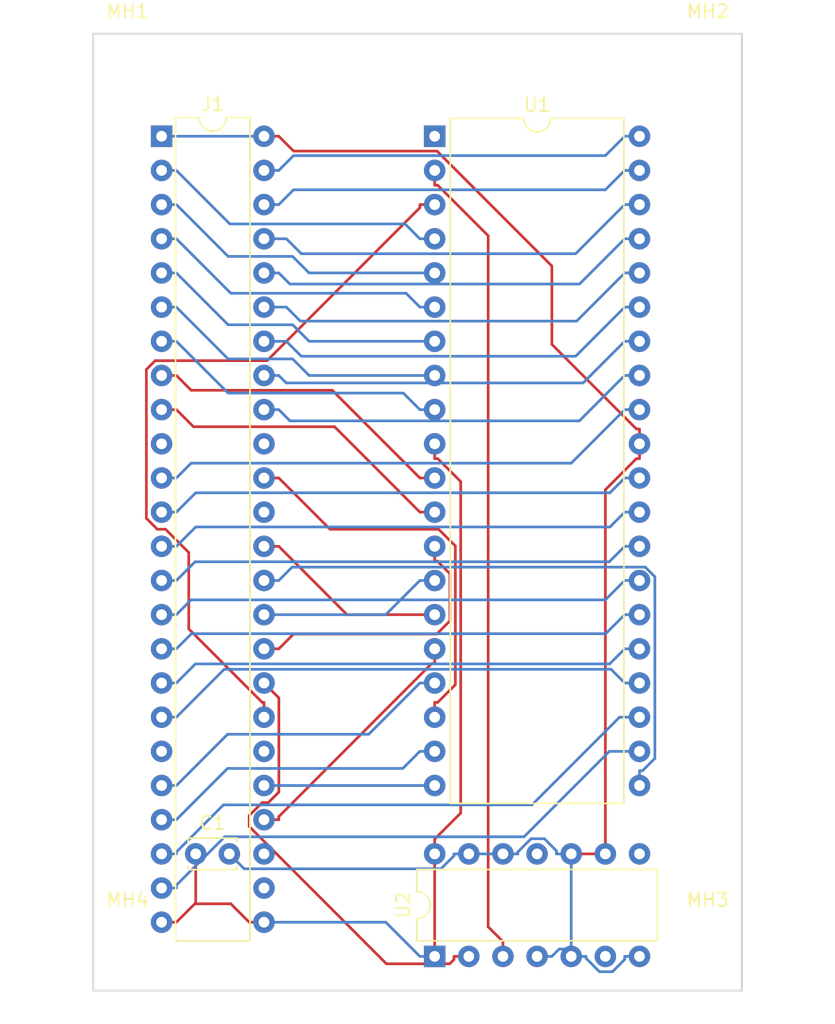
<source format=kicad_pcb>
(kicad_pcb (version 20211014) (generator pcbnew)
  (layers (0 "F.Cu" signal) (31 "B.Cu" signal) (34 "B.Paste" user) (35 "F.Paste" user) (36 "B.SilkS" user "B.Silkscreen") (37 "F.SilkS" user "F.Silkscreen") (38 "B.Mask" user) (39 "F.Mask" user) (44 "Edge.Cuts" user))
  (net 0 "")
  (net 1 "VCC")
  (net 2 "GND")
  (net 3 "/P53")
  (net 4 "/P26")
  (net 5 "/P27")
  (net 6 "/P47")
  (net 7 "/P46")
  (net 8 "/P25")
  (net 9 "/P24")
  (net 10 "/P23")
  (net 11 "/P22")
  (net 12 "/P21")
  (net 13 "/P20")
  (net 14 "/P34")
  (net 15 "/P35")
  (net 16 "/P17")
  (net 17 "/P36")
  (net 18 "/P16")
  (net 19 "/P15")
  (net 20 "/P40")
  (net 21 "/P14")
  (net 22 "/P13")
  (net 23 "/P42")
  (net 24 "/P12")
  (net 25 "/P11")
  (net 26 "/P10")
  (net 27 "Net-(U2-Pad6)")
  (net 28 "Net-(U2-Pad11)")
  (net 29 "Net-(U2-Pad8)")
  (net 30 "/P33")
  (net 31 "/P32")
  (net 32 "/P31")
  (net 33 "/P30")
  (net 34 "/P51")
  (net 35 "/P55")
  (net 36 "/P43")
  (net 37 "/P37")
  (net 38 "/P50")
  (net 39 "/P52")
  (net 40 "Net-(J1-Pad30)")
  (net 41 "Net-(J1-Pad27)")
  (net 42 "Net-(J1-Pad26)")
  (net 43 "Net-(J1-Pad19)")
  (net 44 "Net-(J1-Pad10)")
  (net 45 "Net-(J1-Pad39)")
  (net 46 "/P54")
  (net 47 "Net-(J1-Pad37)")
  (net 48 "/P44")
  (net 49 "/P45")
  (net 50 "Net-(U1-Pad2)")
  (net 51 "Net-(U1-Pad1)")
  (footprint "MountingHole:MountingHole_3.2mm_M3" (layer "F.Cu") (at 101 70)
    (fp_text reference "MH1" (at 0 -4.2) (layer "F.SilkS"))
    (fp_text value "MountingHole_3.2mm_M3")
    (pad "" np_thru_hole circle locked (at 0 0) (size 3.2 3.2) (drill 3.2) (layers *.Cu *.Mask))
  )
  (footprint "MountingHole:MountingHole_3.2mm_M3" (layer "F.Cu") (at 144.18 70)
    (fp_text reference "MH2" (at 0 -4.2) (layer "F.SilkS"))
    (fp_text value "MountingHole_3.2mm_M3")
    (pad "" np_thru_hole circle locked (at 0 0) (size 3.2 3.2) (drill 3.2) (layers *.Cu *.Mask))
  )
  (footprint "MountingHole:MountingHole_3.2mm_M3" (layer "F.Cu") (at 144.18 136.04)
    (fp_text reference "MH3" (at 0 -4.2) (layer "F.SilkS"))
    (fp_text value "MountingHole_3.2mm_M3")
    (pad "" np_thru_hole circle locked (at 0 0) (size 3.2 3.2) (drill 3.2) (layers *.Cu *.Mask))
  )
  (footprint "MountingHole:MountingHole_3.2mm_M3" (layer "F.Cu") (at 101 136.04)
    (fp_text reference "MH4" (at 0 -4.2) (layer "F.SilkS"))
    (fp_text value "MountingHole_3.2mm_M3")
    (pad "" np_thru_hole circle locked (at 0 0) (size 3.2 3.2) (drill 3.2) (layers *.Cu *.Mask))
  )
  (footprint "Package_DIP:DIP-14_W7.62mm" (layer "F.Cu") (at 123.86 136.04 90)
    (fp_text reference "U2" (at 3.81 -2.33 90) (layer "F.SilkS"))
    (fp_text value "74HCT126")
    (fp_line (start 6.46 -1.33) (end 4.81 -1.33) (layer "F.SilkS") (width 0.12))
    (fp_line (start 1.16 -1.33) (end 1.16 16.57) (layer "F.SilkS") (width 0.12))
    (fp_line (start 6.46 16.57) (end 6.46 -1.33) (layer "F.SilkS") (width 0.12))
    (fp_line (start 2.81 -1.33) (end 1.16 -1.33) (layer "F.SilkS") (width 0.12))
    (fp_line (start 1.16 16.57) (end 6.46 16.57) (layer "F.SilkS") (width 0.12))
    (fp_arc (start 4.81 -1.33) (mid 3.81 -0.33) (end 2.81 -1.33) (layer "F.SilkS") (width 0.12))
    (pad "1" thru_hole rect locked (at 0 0 90) (size 1.6 1.6) (drill 0.8) (layers *.Cu *.Mask) (net 1 "VCC"))
    (pad "2" thru_hole oval locked (at 0 2.54 90) (size 1.6 1.6) (drill 0.8) (layers *.Cu *.Mask) (net 7 "/P46"))
    (pad "3" thru_hole oval locked (at 0 5.08 90) (size 1.6 1.6) (drill 0.8) (layers *.Cu *.Mask) (net 50 "Net-(U1-Pad2)"))
    (pad "4" thru_hole oval locked (at 0 7.62 90) (size 1.6 1.6) (drill 0.8) (layers *.Cu *.Mask) (net 2 "GND"))
    (pad "5" thru_hole oval locked (at 0 10.16 90) (size 1.6 1.6) (drill 0.8) (layers *.Cu *.Mask) (net 2 "GND"))
    (pad "6" thru_hole oval locked (at 0 12.7 90) (size 1.6 1.6) (drill 0.8) (layers *.Cu *.Mask) (net 27 "Net-(U2-Pad6)"))
    (pad "7" thru_hole oval locked (at 0 15.24 90) (size 1.6 1.6) (drill 0.8) (layers *.Cu *.Mask) (net 2 "GND"))
    (pad "8" thru_hole oval locked (at 7.62 15.24 90) (size 1.6 1.6) (drill 0.8) (layers *.Cu *.Mask) (net 29 "Net-(U2-Pad8)"))
    (pad "9" thru_hole oval locked (at 7.62 12.7 90) (size 1.6 1.6) (drill 0.8) (layers *.Cu *.Mask) (net 2 "GND"))
    (pad "10" thru_hole oval locked (at 7.62 10.16 90) (size 1.6 1.6) (drill 0.8) (layers *.Cu *.Mask) (net 2 "GND"))
    (pad "11" thru_hole oval locked (at 7.62 7.62 90) (size 1.6 1.6) (drill 0.8) (layers *.Cu *.Mask) (net 28 "Net-(U2-Pad11)"))
    (pad "12" thru_hole oval locked (at 7.62 5.08 90) (size 1.6 1.6) (drill 0.8) (layers *.Cu *.Mask) (net 2 "GND"))
    (pad "13" thru_hole oval locked (at 7.62 2.54 90) (size 1.6 1.6) (drill 0.8) (layers *.Cu *.Mask) (net 2 "GND"))
    (pad "14" thru_hole oval locked (at 7.62 0 90) (size 1.6 1.6) (drill 0.8) (layers *.Cu *.Mask) (net 1 "VCC"))
  )
  (footprint "Capacitor_THT:C_Disc_D3.4mm_W2.1mm_P2.50mm" (layer "F.Cu") (at 106.08 128.42)
    (fp_text reference "C1" (at 1.25 -2.3) (layer "F.SilkS"))
    (fp_text value "0.1u")
    (fp_line (start -0.57 0.925) (end -0.57 1.17) (layer "F.SilkS") (width 0.12))
    (fp_line (start 3.07 0.925) (end 3.07 1.17) (layer "F.SilkS") (width 0.12))
    (fp_line (start -0.57 -1.17) (end -0.57 -0.925) (layer "F.SilkS") (width 0.12))
    (fp_line (start 3.07 -1.17) (end 3.07 -0.925) (layer "F.SilkS") (width 0.12))
    (fp_line (start -0.57 -1.17) (end 3.07 -1.17) (layer "F.SilkS") (width 0.12))
    (fp_line (start -0.57 1.17) (end 3.07 1.17) (layer "F.SilkS") (width 0.12))
    (pad "1" thru_hole circle locked (at 0 0) (size 1.6 1.6) (drill 0.8) (layers *.Cu *.Mask) (net 1 "VCC"))
    (pad "2" thru_hole circle locked (at 2.5 0) (size 1.6 1.6) (drill 0.8) (layers *.Cu *.Mask) (net 2 "GND"))
  )
  (footprint "0-LocalLibrary:DIP-48_W7.62mm" (layer "F.Cu") (at 103.54 75.08)
    (fp_text reference "J1" (at 3.81 -2.39) (layer "F.SilkS"))
    (fp_text value "BionicConnector")
    (fp_line (start 1.04 -1.39) (end 1.04 39.49) (layer "F.SilkS") (width 0.12))
    (fp_line (start 6.58 39.49) (end 6.58 -1.39) (layer "F.SilkS") (width 0.12))
    (fp_line (start 6.58 -1.39) (end 4.81 -1.39) (layer "F.SilkS") (width 0.12))
    (fp_line (start 1.04 18.93) (end 1.04 59.81) (layer "F.SilkS") (width 0.12))
    (fp_line (start 1.04 59.81) (end 6.58 59.81) (layer "F.SilkS") (width 0.12))
    (fp_line (start 2.81 -1.39) (end 1.04 -1.39) (layer "F.SilkS") (width 0.12))
    (fp_line (start 6.58 59.81) (end 6.58 18.93) (layer "F.SilkS") (width 0.12))
    (fp_arc (start 4.81 -1.39) (mid 3.81 -0.39) (end 2.81 -1.39) (layer "F.SilkS") (width 0.12))
    (pad "1" thru_hole rect locked (at 0 0) (size 1.6 1.6) (drill 0.8) (layers *.Cu *.Mask) (net 2 "GND"))
    (pad "2" thru_hole oval locked (at 0 2.54) (size 1.6 1.6) (drill 0.8) (layers *.Cu *.Mask) (net 26 "/P10"))
    (pad "3" thru_hole oval locked (at 0 5.08) (size 1.6 1.6) (drill 0.8) (layers *.Cu *.Mask) (net 25 "/P11"))
    (pad "4" thru_hole oval locked (at 0 7.62) (size 1.6 1.6) (drill 0.8) (layers *.Cu *.Mask) (net 24 "/P12"))
    (pad "5" thru_hole oval locked (at 0 10.16) (size 1.6 1.6) (drill 0.8) (layers *.Cu *.Mask) (net 22 "/P13"))
    (pad "6" thru_hole oval locked (at 0 12.7) (size 1.6 1.6) (drill 0.8) (layers *.Cu *.Mask) (net 21 "/P14"))
    (pad "7" thru_hole oval locked (at 0 15.24) (size 1.6 1.6) (drill 0.8) (layers *.Cu *.Mask) (net 19 "/P15"))
    (pad "8" thru_hole oval locked (at 0 17.78) (size 1.6 1.6) (drill 0.8) (layers *.Cu *.Mask) (net 18 "/P16"))
    (pad "9" thru_hole oval locked (at 0 20.32) (size 1.6 1.6) (drill 0.8) (layers *.Cu *.Mask) (net 16 "/P17"))
    (pad "10" thru_hole oval locked (at 0 22.86) (size 1.6 1.6) (drill 0.8) (layers *.Cu *.Mask) (net 44 "Net-(J1-Pad10)"))
    (pad "11" thru_hole oval locked (at 0 25.4) (size 1.6 1.6) (drill 0.8) (layers *.Cu *.Mask) (net 33 "/P30"))
    (pad "12" thru_hole oval locked (at 0 27.94) (size 1.6 1.6) (drill 0.8) (layers *.Cu *.Mask) (net 32 "/P31"))
    (pad "13" thru_hole oval locked (at 0 30.48) (size 1.6 1.6) (drill 0.8) (layers *.Cu *.Mask) (net 31 "/P32"))
    (pad "14" thru_hole oval locked (at 0 33.02) (size 1.6 1.6) (drill 0.8) (layers *.Cu *.Mask) (net 30 "/P33"))
    (pad "15" thru_hole oval locked (at 0 35.56) (size 1.6 1.6) (drill 0.8) (layers *.Cu *.Mask) (net 14 "/P34"))
    (pad "16" thru_hole oval locked (at 0 38.1) (size 1.6 1.6) (drill 0.8) (layers *.Cu *.Mask) (net 15 "/P35"))
    (pad "17" thru_hole oval locked (at 0 40.64) (size 1.6 1.6) (drill 0.8) (layers *.Cu *.Mask) (net 17 "/P36"))
    (pad "18" thru_hole oval locked (at 0 43.18) (size 1.6 1.6) (drill 0.8) (layers *.Cu *.Mask) (net 37 "/P37"))
    (pad "19" thru_hole oval locked (at 0 45.72) (size 1.6 1.6) (drill 0.8) (layers *.Cu *.Mask) (net 43 "Net-(J1-Pad19)"))
    (pad "20" thru_hole oval locked (at 0 48.26) (size 1.6 1.6) (drill 0.8) (layers *.Cu *.Mask) (net 38 "/P50"))
    (pad "21" thru_hole oval locked (at 0 50.8) (size 1.6 1.6) (drill 0.8) (layers *.Cu *.Mask) (net 34 "/P51"))
    (pad "22" thru_hole oval locked (at 0 53.34) (size 1.6 1.6) (drill 0.8) (layers *.Cu *.Mask) (net 39 "/P52"))
    (pad "23" thru_hole oval locked (at 0 55.88) (size 1.6 1.6) (drill 0.8) (layers *.Cu *.Mask) (net 3 "/P53"))
    (pad "24" thru_hole oval locked (at 0 58.42) (size 1.6 1.6) (drill 0.8) (layers *.Cu *.Mask) (net 1 "VCC"))
    (pad "25" thru_hole oval locked (at 7.62 58.42) (size 1.6 1.6) (drill 0.8) (layers *.Cu *.Mask) (net 1 "VCC"))
    (pad "26" thru_hole oval locked (at 7.62 55.88) (size 1.6 1.6) (drill 0.8) (layers *.Cu *.Mask) (net 42 "Net-(J1-Pad26)"))
    (pad "27" thru_hole oval locked (at 7.62 53.34) (size 1.6 1.6) (drill 0.8) (layers *.Cu *.Mask) (net 41 "Net-(J1-Pad27)"))
    (pad "28" thru_hole oval locked (at 7.62 50.8) (size 1.6 1.6) (drill 0.8) (layers *.Cu *.Mask) (net 35 "/P55"))
    (pad "29" thru_hole oval locked (at 7.62 48.26) (size 1.6 1.6) (drill 0.8) (layers *.Cu *.Mask) (net 46 "/P54"))
    (pad "30" thru_hole oval locked (at 7.62 45.72) (size 1.6 1.6) (drill 0.8) (layers *.Cu *.Mask) (net 40 "Net-(J1-Pad30)"))
    (pad "31" thru_hole oval locked (at 7.62 43.18) (size 1.6 1.6) (drill 0.8) (layers *.Cu *.Mask) (net 6 "/P47"))
    (pad "32" thru_hole oval locked (at 7.62 40.64) (size 1.6 1.6) (drill 0.8) (layers *.Cu *.Mask) (net 7 "/P46"))
    (pad "33" thru_hole oval locked (at 7.62 38.1) (size 1.6 1.6) (drill 0.8) (layers *.Cu *.Mask) (net 49 "/P45"))
    (pad "34" thru_hole oval locked (at 7.62 35.56) (size 1.6 1.6) (drill 0.8) (layers *.Cu *.Mask) (net 48 "/P44"))
    (pad "35" thru_hole oval locked (at 7.62 33.02) (size 1.6 1.6) (drill 0.8) (layers *.Cu *.Mask) (net 36 "/P43"))
    (pad "36" thru_hole oval locked (at 7.62 30.48) (size 1.6 1.6) (drill 0.8) (layers *.Cu *.Mask) (net 23 "/P42"))
    (pad "37" thru_hole oval locked (at 7.62 27.94) (size 1.6 1.6) (drill 0.8) (layers *.Cu *.Mask) (net 47 "Net-(J1-Pad37)"))
    (pad "38" thru_hole oval locked (at 7.62 25.4) (size 1.6 1.6) (drill 0.8) (layers *.Cu *.Mask) (net 20 "/P40"))
    (pad "39" thru_hole oval locked (at 7.62 22.86) (size 1.6 1.6) (drill 0.8) (layers *.Cu *.Mask) (net 45 "Net-(J1-Pad39)"))
    (pad "40" thru_hole oval locked (at 7.62 20.32) (size 1.6 1.6) (drill 0.8) (layers *.Cu *.Mask) (net 5 "/P27"))
    (pad "41" thru_hole oval locked (at 7.62 17.78) (size 1.6 1.6) (drill 0.8) (layers *.Cu *.Mask) (net 4 "/P26"))
    (pad "42" thru_hole oval locked (at 7.62 15.24) (size 1.6 1.6) (drill 0.8) (layers *.Cu *.Mask) (net 8 "/P25"))
    (pad "43" thru_hole oval locked (at 7.62 12.7) (size 1.6 1.6) (drill 0.8) (layers *.Cu *.Mask) (net 9 "/P24"))
    (pad "44" thru_hole oval locked (at 7.62 10.16) (size 1.6 1.6) (drill 0.8) (layers *.Cu *.Mask) (net 10 "/P23"))
    (pad "45" thru_hole oval locked (at 7.62 7.62) (size 1.6 1.6) (drill 0.8) (layers *.Cu *.Mask) (net 11 "/P22"))
    (pad "46" thru_hole oval locked (at 7.62 5.08) (size 1.6 1.6) (drill 0.8) (layers *.Cu *.Mask) (net 12 "/P21"))
    (pad "47" thru_hole oval locked (at 7.62 2.54) (size 1.6 1.6) (drill 0.8) (layers *.Cu *.Mask) (net 13 "/P20"))
    (pad "48" thru_hole oval locked (at 7.62 0) (size 1.6 1.6) (drill 0.8) (layers *.Cu *.Mask) (net 2 "GND"))
  )
  (footprint "Package_DIP:DIP-40_W15.24mm" (layer "F.Cu") (at 123.86 75.08)
    (fp_text reference "U1" (at 7.62 -2.33) (layer "F.SilkS"))
    (fp_text value "TMS9995")
    (fp_line (start 1.16 49.59) (end 14.08 49.59) (layer "F.SilkS") (width 0.12))
    (fp_line (start 1.16 -1.33) (end 1.16 49.59) (layer "F.SilkS") (width 0.12))
    (fp_line (start 14.08 49.59) (end 14.08 -1.33) (layer "F.SilkS") (width 0.12))
    (fp_line (start 14.08 -1.33) (end 8.62 -1.33) (layer "F.SilkS") (width 0.12))
    (fp_line (start 6.62 -1.33) (end 1.16 -1.33) (layer "F.SilkS") (width 0.12))
    (fp_arc (start 8.62 -1.33) (mid 7.62 -0.33) (end 6.62 -1.33) (layer "F.SilkS") (width 0.12))
    (pad "1" thru_hole rect locked (at 0 0) (size 1.6 1.6) (drill 0.8) (layers *.Cu *.Mask) (net 51 "Net-(U1-Pad1)"))
    (pad "2" thru_hole oval locked (at 0 2.54) (size 1.6 1.6) (drill 0.8) (layers *.Cu *.Mask) (net 50 "Net-(U1-Pad2)"))
    (pad "3" thru_hole oval locked (at 0 5.08) (size 1.6 1.6) (drill 0.8) (layers *.Cu *.Mask) (net 6 "/P47"))
    (pad "4" thru_hole oval locked (at 0 7.62) (size 1.6 1.6) (drill 0.8) (layers *.Cu *.Mask) (net 26 "/P10"))
    (pad "5" thru_hole oval locked (at 0 10.16) (size 1.6 1.6) (drill 0.8) (layers *.Cu *.Mask) (net 25 "/P11"))
    (pad "6" thru_hole oval locked (at 0 12.7) (size 1.6 1.6) (drill 0.8) (layers *.Cu *.Mask) (net 24 "/P12"))
    (pad "7" thru_hole oval locked (at 0 15.24) (size 1.6 1.6) (drill 0.8) (layers *.Cu *.Mask) (net 22 "/P13"))
    (pad "8" thru_hole oval locked (at 0 17.78) (size 1.6 1.6) (drill 0.8) (layers *.Cu *.Mask) (net 21 "/P14"))
    (pad "9" thru_hole oval locked (at 0 20.32) (size 1.6 1.6) (drill 0.8) (layers *.Cu *.Mask) (net 19 "/P15"))
    (pad "10" thru_hole oval locked (at 0 22.86) (size 1.6 1.6) (drill 0.8) (layers *.Cu *.Mask) (net 1 "VCC"))
    (pad "11" thru_hole oval locked (at 0 25.4) (size 1.6 1.6) (drill 0.8) (layers *.Cu *.Mask) (net 18 "/P16"))
    (pad "12" thru_hole oval locked (at 0 27.94) (size 1.6 1.6) (drill 0.8) (layers *.Cu *.Mask) (net 16 "/P17"))
    (pad "13" thru_hole oval locked (at 0 30.48) (size 1.6 1.6) (drill 0.8) (layers *.Cu *.Mask) (net 49 "/P45"))
    (pad "14" thru_hole oval locked (at 0 33.02) (size 1.6 1.6) (drill 0.8) (layers *.Cu *.Mask) (net 48 "/P44"))
    (pad "15" thru_hole oval locked (at 0 35.56) (size 1.6 1.6) (drill 0.8) (layers *.Cu *.Mask) (net 23 "/P42"))
    (pad "16" thru_hole oval locked (at 0 38.1) (size 1.6 1.6) (drill 0.8) (layers *.Cu *.Mask) (net 35 "/P55"))
    (pad "17" thru_hole oval locked (at 0 40.64) (size 1.6 1.6) (drill 0.8) (layers *.Cu *.Mask) (net 38 "/P50"))
    (pad "18" thru_hole oval locked (at 0 43.18) (size 1.6 1.6) (drill 0.8) (layers *.Cu *.Mask) (net 20 "/P40"))
    (pad "19" thru_hole oval locked (at 0 45.72) (size 1.6 1.6) (drill 0.8) (layers *.Cu *.Mask) (net 34 "/P51"))
    (pad "20" thru_hole oval locked (at 0 48.26) (size 1.6 1.6) (drill 0.8) (layers *.Cu *.Mask) (net 46 "/P54"))
    (pad "21" thru_hole oval locked (at 15.24 48.26) (size 1.6 1.6) (drill 0.8) (layers *.Cu *.Mask) (net 36 "/P43"))
    (pad "22" thru_hole oval locked (at 15.24 45.72) (size 1.6 1.6) (drill 0.8) (layers *.Cu *.Mask) (net 3 "/P53"))
    (pad "23" thru_hole oval locked (at 15.24 43.18) (size 1.6 1.6) (drill 0.8) (layers *.Cu *.Mask) (net 39 "/P52"))
    (pad "24" thru_hole oval locked (at 15.24 40.64) (size 1.6 1.6) (drill 0.8) (layers *.Cu *.Mask) (net 37 "/P37"))
    (pad "25" thru_hole oval locked (at 15.24 38.1) (size 1.6 1.6) (drill 0.8) (layers *.Cu *.Mask) (net 17 "/P36"))
    (pad "26" thru_hole oval locked (at 15.24 35.56) (size 1.6 1.6) (drill 0.8) (layers *.Cu *.Mask) (net 15 "/P35"))
    (pad "27" thru_hole oval locked (at 15.24 33.02) (size 1.6 1.6) (drill 0.8) (layers *.Cu *.Mask) (net 14 "/P34"))
    (pad "28" thru_hole oval locked (at 15.24 30.48) (size 1.6 1.6) (drill 0.8) (layers *.Cu *.Mask) (net 30 "/P33"))
    (pad "29" thru_hole oval locked (at 15.24 27.94) (size 1.6 1.6) (drill 0.8) (layers *.Cu *.Mask) (net 31 "/P32"))
    (pad "30" thru_hole oval locked (at 15.24 25.4) (size 1.6 1.6) (drill 0.8) (layers *.Cu *.Mask) (net 32 "/P31"))
    (pad "31" thru_hole oval locked (at 15.24 22.86) (size 1.6 1.6) (drill 0.8) (layers *.Cu *.Mask) (net 2 "GND"))
    (pad "32" thru_hole oval locked (at 15.24 20.32) (size 1.6 1.6) (drill 0.8) (layers *.Cu *.Mask) (net 33 "/P30"))
    (pad "33" thru_hole oval locked (at 15.24 17.78) (size 1.6 1.6) (drill 0.8) (layers *.Cu *.Mask) (net 5 "/P27"))
    (pad "34" thru_hole oval locked (at 15.24 15.24) (size 1.6 1.6) (drill 0.8) (layers *.Cu *.Mask) (net 4 "/P26"))
    (pad "35" thru_hole oval locked (at 15.24 12.7) (size 1.6 1.6) (drill 0.8) (layers *.Cu *.Mask) (net 8 "/P25"))
    (pad "36" thru_hole oval locked (at 15.24 10.16) (size 1.6 1.6) (drill 0.8) (layers *.Cu *.Mask) (net 9 "/P24"))
    (pad "37" thru_hole oval locked (at 15.24 7.62) (size 1.6 1.6) (drill 0.8) (layers *.Cu *.Mask) (net 10 "/P23"))
    (pad "38" thru_hole oval locked (at 15.24 5.08) (size 1.6 1.6) (drill 0.8) (layers *.Cu *.Mask) (net 11 "/P22"))
    (pad "39" thru_hole oval locked (at 15.24 2.54) (size 1.6 1.6) (drill 0.8) (layers *.Cu *.Mask) (net 12 "/P21"))
    (pad "40" thru_hole oval locked (at 15.24 0) (size 1.6 1.6) (drill 0.8) (layers *.Cu *.Mask) (net 13 "/P20"))
  )
  (gr_line (start 98.46 138.58) (end 98.46 67.46) (layer "Edge.Cuts") (width 0.15))
  (gr_line (start 98.46 67.46) (end 146.72 67.46) (layer "Edge.Cuts") (width 0.15))
  (gr_line (start 146.72 138.58) (end 98.46 138.58) (layer "Edge.Cuts") (width 0.15))
  (gr_line (start 146.72 67.46) (end 146.72 138.58) (layer "Edge.Cuts") (width 0.15))
  (segment (start 125.7961 100.7484) (end 124.088 99.0403) (width 0.2) (layer "F.Cu") (net 1))
  (segment (start 106.08 132.1299) (end 106.08 128.42) (width 0.2) (layer "F.Cu") (net 1))
  (segment (start 111.16 133.5) (end 110.0597 133.5) (width 0.2) (layer "F.Cu") (net 1))
  (segment (start 103.54 133.5) (end 104.6403 133.5) (width 0.2) (layer "F.Cu") (net 1))
  (segment (start 106.0104 132.1299) (end 104.6403 133.5) (width 0.2) (layer "F.Cu") (net 1))
  (segment (start 125.7961 125.3836) (end 125.7961 100.7484) (width 0.2) (layer "F.Cu") (net 1))
  (segment (start 123.86 136.04) (end 123.86 128.42) (width 0.2) (layer "F.Cu") (net 1))
  (segment (start 110.0597 133.5) (end 108.6896 132.1299) (width 0.2) (layer "F.Cu") (net 1))
  (segment (start 124.088 99.0403) (end 123.86 99.0403) (width 0.2) (layer "F.Cu") (net 1))
  (segment (start 108.6896 132.1299) (end 106.08 132.1299) (width 0.2) (layer "F.Cu") (net 1))
  (segment (start 123.86 128.42) (end 123.86 127.3197) (width 0.2) (layer "F.Cu") (net 1))
  (segment (start 106.08 132.1299) (end 106.0104 132.1299) (width 0.2) (layer "F.Cu") (net 1))
  (segment (start 123.86 127.3197) (end 125.7961 125.3836) (width 0.2) (layer "F.Cu") (net 1))
  (segment (start 123.86 97.94) (end 123.86 99.0403) (width 0.2) (layer "F.Cu") (net 1))
  (segment (start 122.7597 136.04) (end 120.2197 133.5) (width 0.2) (layer "B.Cu") (net 1))
  (segment (start 120.2197 133.5) (end 111.16 133.5) (width 0.2) (layer "B.Cu") (net 1))
  (segment (start 123.86 136.04) (end 122.7597 136.04) (width 0.2) (layer "B.Cu") (net 1))
  (segment (start 136.56 128.42) (end 136.56 101.3523) (width 0.2) (layer "F.Cu") (net 2))
  (segment (start 138.872 99.0403) (end 139.1 99.0403) (width 0.2) (layer "F.Cu") (net 2))
  (segment (start 136.56 101.3523) (end 138.872 99.0403) (width 0.2) (layer "F.Cu") (net 2))
  (segment (start 112.2603 75.08) (end 113.3606 76.1803) (width 0.2) (layer "F.Cu") (net 2))
  (segment (start 132.5804 90.5481) (end 138.872 96.8397) (width 0.2) (layer "F.Cu") (net 2))
  (segment (start 111.16 75.08) (end 112.2603 75.08) (width 0.2) (layer "F.Cu") (net 2))
  (segment (start 139.1 97.94) (end 139.1 99.0403) (width 0.2) (layer "F.Cu") (net 2))
  (segment (start 136.56 128.42) (end 135.1203 128.42) (width 0.2) (layer "F.Cu") (net 2))
  (segment (start 113.3606 76.1803) (end 124.0339 76.1803) (width 0.2) (layer "F.Cu") (net 2))
  (segment (start 124.0339 76.1803) (end 132.5804 84.7268) (width 0.2) (layer "F.Cu") (net 2))
  (segment (start 134.02 128.42) (end 135.1203 128.42) (width 0.2) (layer "F.Cu") (net 2))
  (segment (start 138.872 96.8397) (end 139.1 96.8397) (width 0.2) (layer "F.Cu") (net 2))
  (segment (start 132.5804 84.7268) (end 132.5804 90.5481) (width 0.2) (layer "F.Cu") (net 2))
  (segment (start 139.1 97.94) (end 139.1 96.8397) (width 0.2) (layer "F.Cu") (net 2))
  (segment (start 137.0891 137.1786) (end 137.9997 136.268) (width 0.2) (layer "B.Cu") (net 2))
  (segment (start 132.9197 128.192) (end 132.9197 128.42) (width 0.2) (layer "B.Cu") (net 2))
  (segment (start 109.6912 129.5312) (end 108.58 128.42) (width 0.2) (layer "B.Cu") (net 2))
  (segment (start 126.4 128.42) (end 125.2997 128.42) (width 0.2) (layer "B.Cu") (net 2))
  (segment (start 139.1 136.04) (end 137.9997 136.04) (width 0.2) (layer "B.Cu") (net 2))
  (segment (start 135.1203 136.1775) (end 136.1214 137.1786) (width 0.2) (layer "B.Cu") (net 2))
  (segment (start 134.02 135.4898) (end 133.1305 135.4898) (width 0.2) (layer "B.Cu") (net 2))
  (segment (start 132.0183 127.2906) (end 132.9197 128.192) (width 0.2) (layer "B.Cu") (net 2))
  (segment (start 131.0322 127.2906) (end 132.0183 127.2906) (width 0.2) (layer "B.Cu") (net 2))
  (segment (start 134.02 128.42) (end 132.9197 128.42) (width 0.2) (layer "B.Cu") (net 2))
  (segment (start 137.9997 136.268) (end 137.9997 136.04) (width 0.2) (layer "B.Cu") (net 2))
  (segment (start 136.1214 137.1786) (end 137.0891 137.1786) (width 0.2) (layer "B.Cu") (net 2))
  (segment (start 128.94 128.42) (end 126.4 128.42) (width 0.2) (layer "B.Cu") (net 2))
  (segment (start 134.02 128.42) (end 134.02 134.9397) (width 0.2) (layer "B.Cu") (net 2))
  (segment (start 134.02 135.4898) (end 134.02 134.9397) (width 0.2) (layer "B.Cu") (net 2))
  (segment (start 128.94 128.42) (end 130.0403 128.42) (width 0.2) (layer "B.Cu") (net 2))
  (segment (start 134.02 136.04) (end 134.02 135.4898) (width 0.2) (layer "B.Cu") (net 2))
  (segment (start 130.0403 128.42) (end 130.0403 128.2825) (width 0.2) (layer "B.Cu") (net 2))
  (segment (start 133.1305 135.4898) (end 132.5803 136.04) (width 0.2) (layer "B.Cu") (net 2))
  (segment (start 130.0403 128.2825) (end 131.0322 127.2906) (width 0.2) (layer "B.Cu") (net 2))
  (segment (start 124.326 129.5312) (end 109.6912 129.5312) (width 0.2) (layer "B.Cu") (net 2))
  (segment (start 131.48 136.04) (end 132.5803 136.04) (width 0.2) (layer "B.Cu") (net 2))
  (segment (start 125.2997 128.5575) (end 124.326 129.5312) (width 0.2) (layer "B.Cu") (net 2))
  (segment (start 125.2997 128.42) (end 125.2997 128.5575) (width 0.2) (layer "B.Cu") (net 2))
  (segment (start 103.54 75.08) (end 111.16 75.08) (width 0.2) (layer "B.Cu") (net 2))
  (segment (start 134.02 136.04) (end 135.1203 136.04) (width 0.2) (layer "B.Cu") (net 2))
  (segment (start 135.1203 136.04) (end 135.1203 136.1775) (width 0.2) (layer "B.Cu") (net 2))
  (segment (start 108.2369 127.15) (end 130.5068 127.15) (width 0.2) (layer "B.Cu") (net 3))
  (segment (start 104.6403 130.96) (end 104.6403 130.7466) (width 0.2) (layer "B.Cu") (net 3))
  (segment (start 130.5068 127.15) (end 136.8568 120.8) (width 0.2) (layer "B.Cu") (net 3))
  (segment (start 136.8568 120.8) (end 139.1 120.8) (width 0.2) (layer "B.Cu") (net 3))
  (segment (start 103.54 130.96) (end 104.6403 130.96) (width 0.2) (layer "B.Cu") (net 3))
  (segment (start 104.6403 130.7466) (end 108.2369 127.15) (width 0.2) (layer "B.Cu") (net 3))
  (segment (start 139.1 90.32) (end 137.9997 90.32) (width 0.2) (layer "B.Cu") (net 4))
  (segment (start 112.8159 93.4156) (end 134.9041 93.4156) (width 0.2) (layer "B.Cu") (net 4))
  (segment (start 111.16 92.86) (end 112.2603 92.86) (width 0.2) (layer "B.Cu") (net 4))
  (segment (start 134.9041 93.4156) (end 137.9997 90.32) (width 0.2) (layer "B.Cu") (net 4))
  (segment (start 112.2603 92.86) (end 112.8159 93.4156) (width 0.2) (layer "B.Cu") (net 4))
  (segment (start 111.16 95.4) (end 112.2603 95.4) (width 0.2) (layer "B.Cu") (net 5))
  (segment (start 134.6263 96.2334) (end 137.9997 92.86) (width 0.2) (layer "B.Cu") (net 5))
  (segment (start 112.2603 95.4) (end 113.0937 96.2334) (width 0.2) (layer "B.Cu") (net 5))
  (segment (start 139.1 92.86) (end 137.9997 92.86) (width 0.2) (layer "B.Cu") (net 5))
  (segment (start 113.0937 96.2334) (end 134.6263 96.2334) (width 0.2) (layer "B.Cu") (net 5))
  (segment (start 105.562 111.6992) (end 105.562 106.0167) (width 0.2) (layer "F.Cu") (net 6))
  (segment (start 103.2246 104.29) (end 102.4091 103.4745) (width 0.2) (layer "F.Cu") (net 6))
  (segment (start 111.0225 117.1597) (end 105.562 111.6992) (width 0.2) (layer "F.Cu") (net 6))
  (segment (start 103.0633 91.7596) (end 111.3881 91.7596) (width 0.2) (layer "F.Cu") (net 6))
  (segment (start 102.4091 92.4138) (end 103.0633 91.7596) (width 0.2) (layer "F.Cu") (net 6))
  (segment (start 122.7597 80.388) (end 122.7597 80.16) (width 0.2) (layer "F.Cu") (net 6))
  (segment (start 123.86 80.16) (end 122.7597 80.16) (width 0.2) (layer "F.Cu") (net 6))
  (segment (start 105.562 106.0167) (end 103.8353 104.29) (width 0.2) (layer "F.Cu") (net 6))
  (segment (start 111.3881 91.7596) (end 122.7597 80.388) (width 0.2) (layer "F.Cu") (net 6))
  (segment (start 103.8353 104.29) (end 103.2246 104.29) (width 0.2) (layer "F.Cu") (net 6))
  (segment (start 111.16 118.26) (end 111.16 117.1597) (width 0.2) (layer "F.Cu") (net 6))
  (segment (start 111.16 117.1597) (end 111.0225 117.1597) (width 0.2) (layer "F.Cu") (net 6))
  (segment (start 102.4091 103.4745) (end 102.4091 92.4138) (width 0.2) (layer "F.Cu") (net 6))
  (segment (start 126.4 136.04) (end 125.2997 136.04) (width 0.2) (layer "F.Cu") (net 7))
  (segment (start 125.2997 136.04) (end 125.2997 136.268) (width 0.2) (layer "F.Cu") (net 7))
  (segment (start 124.9775 136.5902) (end 120.2684 136.5902) (width 0.2) (layer "F.Cu") (net 7))
  (segment (start 112.2669 123.822) (end 112.2669 116.8269) (width 0.2) (layer "F.Cu") (net 7))
  (segment (start 110.0578 126.3796) (end 110.0578 125.5752) (width 0.2) (layer "F.Cu") (net 7))
  (segment (start 111.023 124.61) (end 111.4789 124.61) (width 0.2) (layer "F.Cu") (net 7))
  (segment (start 111.4789 124.61) (end 112.2669 123.822) (width 0.2) (layer "F.Cu") (net 7))
  (segment (start 110.0578 125.5752) (end 111.023 124.61) (width 0.2) (layer "F.Cu") (net 7))
  (segment (start 120.2684 136.5902) (end 110.0578 126.3796) (width 0.2) (layer "F.Cu") (net 7))
  (segment (start 112.2669 116.8269) (end 111.16 115.72) (width 0.2) (layer "F.Cu") (net 7))
  (segment (start 125.2997 136.268) (end 124.9775 136.5902) (width 0.2) (layer "F.Cu") (net 7))
  (segment (start 111.16 90.32) (end 112.2603 90.32) (width 0.2) (layer "B.Cu") (net 8))
  (segment (start 137.9997 87.78) (end 134.3485 91.4312) (width 0.2) (layer "B.Cu") (net 8))
  (segment (start 139.1 87.78) (end 137.9997 87.78) (width 0.2) (layer "B.Cu") (net 8))
  (segment (start 134.3485 91.4312) (end 113.9376 91.4312) (width 0.2) (layer "B.Cu") (net 8))
  (segment (start 112.8264 90.32) (end 112.2603 90.32) (width 0.2) (layer "B.Cu") (net 8))
  (segment (start 113.9376 91.4312) (end 112.8264 90.32) (width 0.2) (layer "B.Cu") (net 8))
  (segment (start 111.16 87.78) (end 112.2603 87.78) (width 0.2) (layer "B.Cu") (net 9))
  (segment (start 139.1 85.24) (end 137.9997 85.24) (width 0.2) (layer "B.Cu") (net 9))
  (segment (start 134.418 88.8217) (end 113.8681 88.8217) (width 0.2) (layer "B.Cu") (net 9))
  (segment (start 113.8681 88.8217) (end 112.8264 87.78) (width 0.2) (layer "B.Cu") (net 9))
  (segment (start 137.9997 85.24) (end 134.418 88.8217) (width 0.2) (layer "B.Cu") (net 9))
  (segment (start 112.8264 87.78) (end 112.2603 87.78) (width 0.2) (layer "B.Cu") (net 9))
  (segment (start 112.2603 85.24) (end 113.0856 86.0653) (width 0.2) (layer "B.Cu") (net 10))
  (segment (start 111.16 85.24) (end 112.2603 85.24) (width 0.2) (layer "B.Cu") (net 10))
  (segment (start 113.0856 86.0653) (end 134.6344 86.0653) (width 0.2) (layer "B.Cu") (net 10))
  (segment (start 134.6344 86.0653) (end 137.9997 82.7) (width 0.2) (layer "B.Cu") (net 10))
  (segment (start 139.1 82.7) (end 137.9997 82.7) (width 0.2) (layer "B.Cu") (net 10))
  (segment (start 137.9997 80.16) (end 134.3485 83.8112) (width 0.2) (layer "B.Cu") (net 11))
  (segment (start 134.3485 83.8112) (end 113.9376 83.8112) (width 0.2) (layer "B.Cu") (net 11))
  (segment (start 113.9376 83.8112) (end 112.8264 82.7) (width 0.2) (layer "B.Cu") (net 11))
  (segment (start 139.1 80.16) (end 137.9997 80.16) (width 0.2) (layer "B.Cu") (net 11))
  (segment (start 112.8264 82.7) (end 112.2603 82.7) (width 0.2) (layer "B.Cu") (net 11))
  (segment (start 111.16 82.7) (end 112.2603 82.7) (width 0.2) (layer "B.Cu") (net 11))
  (segment (start 112.2603 80.16) (end 113.3606 79.0597) (width 0.2) (layer "B.Cu") (net 12))
  (segment (start 136.56 79.0597) (end 137.9997 77.62) (width 0.2) (layer "B.Cu") (net 12))
  (segment (start 111.16 80.16) (end 112.2603 80.16) (width 0.2) (layer "B.Cu") (net 12))
  (segment (start 113.3606 79.0597) (end 136.56 79.0597) (width 0.2) (layer "B.Cu") (net 12))
  (segment (start 139.1 77.62) (end 137.9997 77.62) (width 0.2) (layer "B.Cu") (net 12))
  (segment (start 112.2603 77.62) (end 113.3606 76.5197) (width 0.2) (layer "B.Cu") (net 13))
  (segment (start 111.16 77.62) (end 112.2603 77.62) (width 0.2) (layer "B.Cu") (net 13))
  (segment (start 136.56 76.5197) (end 137.9997 75.08) (width 0.2) (layer "B.Cu") (net 13))
  (segment (start 113.3606 76.5197) (end 136.56 76.5197) (width 0.2) (layer "B.Cu") (net 13))
  (segment (start 139.1 75.08) (end 137.9997 75.08) (width 0.2) (layer "B.Cu") (net 13))
  (segment (start 137.9997 108.1) (end 136.5601 109.5396) (width 0.2) (layer "B.Cu") (net 14))
  (segment (start 139.1 108.1) (end 137.9997 108.1) (width 0.2) (layer "B.Cu") (net 14))
  (segment (start 105.7407 109.5396) (end 104.6403 110.64) (width 0.2) (layer "B.Cu") (net 14))
  (segment (start 103.54 110.64) (end 104.6403 110.64) (width 0.2) (layer "B.Cu") (net 14))
  (segment (start 136.5601 109.5396) (end 105.7407 109.5396) (width 0.2) (layer "B.Cu") (net 14))
  (segment (start 105.7664 112.0539) (end 104.6403 113.18) (width 0.2) (layer "B.Cu") (net 15))
  (segment (start 139.1 110.64) (end 137.9997 110.64) (width 0.2) (layer "B.Cu") (net 15))
  (segment (start 136.5858 112.0539) (end 105.7664 112.0539) (width 0.2) (layer "B.Cu") (net 15))
  (segment (start 103.54 113.18) (end 104.6403 113.18) (width 0.2) (layer "B.Cu") (net 15))
  (segment (start 137.9997 110.64) (end 136.5858 112.0539) (width 0.2) (layer "B.Cu") (net 15))
  (segment (start 105.9103 96.67) (end 104.6403 95.4) (width 0.2) (layer "F.Cu") (net 16))
  (segment (start 122.7597 103.02) (end 116.4097 96.67) (width 0.2) (layer "F.Cu") (net 16))
  (segment (start 123.86 103.02) (end 122.7597 103.02) (width 0.2) (layer "F.Cu") (net 16))
  (segment (start 116.4097 96.67) (end 105.9103 96.67) (width 0.2) (layer "F.Cu") (net 16))
  (segment (start 103.54 95.4) (end 104.6403 95.4) (width 0.2) (layer "F.Cu") (net 16))
  (segment (start 104.6403 115.72) (end 106.0612 114.2991) (width 0.2) (layer "B.Cu") (net 17))
  (segment (start 136.8806 114.2991) (end 137.9997 113.18) (width 0.2) (layer "B.Cu") (net 17))
  (segment (start 103.54 115.72) (end 104.6403 115.72) (width 0.2) (layer "B.Cu") (net 17))
  (segment (start 106.0612 114.2991) (end 136.8806 114.2991) (width 0.2) (layer "B.Cu") (net 17))
  (segment (start 139.1 113.18) (end 137.9997 113.18) (width 0.2) (layer "B.Cu") (net 17))
  (segment (start 103.54 92.86) (end 104.6403 92.86) (width 0.2) (layer "F.Cu") (net 18))
  (segment (start 104.6403 92.86) (end 105.7406 93.9603) (width 0.2) (layer "F.Cu") (net 18))
  (segment (start 116.24 93.9603) (end 122.7597 100.48) (width 0.2) (layer "F.Cu") (net 18))
  (segment (start 123.86 100.48) (end 122.7597 100.48) (width 0.2) (layer "F.Cu") (net 18))
  (segment (start 105.7406 93.9603) (end 116.24 93.9603) (width 0.2) (layer "F.Cu") (net 18))
  (segment (start 108.4896 94.1693) (end 121.529 94.1693) (width 0.2) (layer "B.Cu") (net 19))
  (segment (start 103.54 90.32) (end 104.6403 90.32) (width 0.2) (layer "B.Cu") (net 19))
  (segment (start 123.86 95.4) (end 122.7597 95.4) (width 0.2) (layer "B.Cu") (net 19))
  (segment (start 121.529 94.1693) (end 122.7597 95.4) (width 0.2) (layer "B.Cu") (net 19))
  (segment (start 104.6403 90.32) (end 108.4896 94.1693) (width 0.2) (layer "B.Cu") (net 19))
  (segment (start 123.86 117.1597) (end 124.088 117.1597) (width 0.2) (layer "F.Cu") (net 20))
  (segment (start 125.3958 115.8519) (end 125.3958 105.5317) (width 0.2) (layer "F.Cu") (net 20))
  (segment (start 124.088 117.1597) (end 125.3958 115.8519) (width 0.2) (layer "F.Cu") (net 20))
  (segment (start 125.3958 105.5317) (end 124.1541 104.29) (width 0.2) (layer "F.Cu") (net 20))
  (segment (start 123.86 118.26) (end 123.86 117.1597) (width 0.2) (layer "F.Cu") (net 20))
  (segment (start 111.16 100.48) (end 112.2603 100.48) (width 0.2) (layer "F.Cu") (net 20))
  (segment (start 124.1541 104.29) (end 116.0703 104.29) (width 0.2) (layer "F.Cu") (net 20))
  (segment (start 116.0703 104.29) (end 112.2603 100.48) (width 0.2) (layer "F.Cu") (net 20))
  (segment (start 113.2886 91.6313) (end 114.5173 92.86) (width 0.2) (layer "B.Cu") (net 21))
  (segment (start 108.4916 91.6313) (end 113.2886 91.6313) (width 0.2) (layer "B.Cu") (net 21))
  (segment (start 103.54 87.78) (end 104.6403 87.78) (width 0.2) (layer "B.Cu") (net 21))
  (segment (start 104.6403 87.78) (end 108.4916 91.6313) (width 0.2) (layer "B.Cu") (net 21))
  (segment (start 114.5173 92.86) (end 123.86 92.86) (width 0.2) (layer "B.Cu") (net 21))
  (segment (start 103.54 85.24) (end 104.6403 85.24) (width 0.2) (layer "B.Cu") (net 22))
  (segment (start 113.2886 89.0913) (end 114.5173 90.32) (width 0.2) (layer "B.Cu") (net 22))
  (segment (start 104.6403 85.24) (end 108.4916 89.0913) (width 0.2) (layer "B.Cu") (net 22))
  (segment (start 114.5173 90.32) (end 123.86 90.32) (width 0.2) (layer "B.Cu") (net 22))
  (segment (start 108.4916 89.0913) (end 113.2886 89.0913) (width 0.2) (layer "B.Cu") (net 22))
  (segment (start 117.3403 110.64) (end 123.86 110.64) (width 0.2) (layer "F.Cu") (net 23))
  (segment (start 112.2603 105.56) (end 117.3403 110.64) (width 0.2) (layer "F.Cu") (net 23))
  (segment (start 111.16 105.56) (end 112.2603 105.56) (width 0.2) (layer "F.Cu") (net 23))
  (segment (start 104.6403 82.7) (end 108.6899 86.7496) (width 0.2) (layer "B.Cu") (net 24))
  (segment (start 103.54 82.7) (end 104.6403 82.7) (width 0.2) (layer "B.Cu") (net 24))
  (segment (start 121.7293 86.7496) (end 122.7597 87.78) (width 0.2) (layer "B.Cu") (net 24))
  (segment (start 108.6899 86.7496) (end 121.7293 86.7496) (width 0.2) (layer "B.Cu") (net 24))
  (segment (start 123.86 87.78) (end 122.7597 87.78) (width 0.2) (layer "B.Cu") (net 24))
  (segment (start 114.5173 85.24) (end 123.86 85.24) (width 0.2) (layer "B.Cu") (net 25))
  (segment (start 113.2886 84.0113) (end 114.5173 85.24) (width 0.2) (layer "B.Cu") (net 25))
  (segment (start 104.6403 80.16) (end 108.4916 84.0113) (width 0.2) (layer "B.Cu") (net 25))
  (segment (start 108.4916 84.0113) (end 113.2886 84.0113) (width 0.2) (layer "B.Cu") (net 25))
  (segment (start 103.54 80.16) (end 104.6403 80.16) (width 0.2) (layer "B.Cu") (net 25))
  (segment (start 123.86 82.7) (end 122.7597 82.7) (width 0.2) (layer "B.Cu") (net 26))
  (segment (start 108.62 81.5997) (end 104.6403 77.62) (width 0.2) (layer "B.Cu") (net 26))
  (segment (start 121.6594 81.5997) (end 108.62 81.5997) (width 0.2) (layer "B.Cu") (net 26))
  (segment (start 103.54 77.62) (end 104.6403 77.62) (width 0.2) (layer "B.Cu") (net 26))
  (segment (start 122.7597 82.7) (end 121.6594 81.5997) (width 0.2) (layer "B.Cu") (net 26))
  (segment (start 103.54 108.1) (end 104.6403 108.1) (width 0.2) (layer "B.Cu") (net 30))
  (segment (start 104.6403 108.1) (end 106.0321 106.7082) (width 0.2) (layer "B.Cu") (net 30))
  (segment (start 106.0321 106.7082) (end 136.8515 106.7082) (width 0.2) (layer "B.Cu") (net 30))
  (segment (start 136.8515 106.7082) (end 137.9997 105.56) (width 0.2) (layer "B.Cu") (net 30))
  (segment (start 139.1 105.56) (end 137.9997 105.56) (width 0.2) (layer "B.Cu") (net 30))
  (segment (start 106.08 104.1203) (end 104.6403 105.56) (width 0.2) (layer "B.Cu") (net 31))
  (segment (start 137.9997 103.02) (end 136.8994 104.1203) (width 0.2) (layer "B.Cu") (net 31))
  (segment (start 136.8994 104.1203) (end 106.08 104.1203) (width 0.2) (layer "B.Cu") (net 31))
  (segment (start 139.1 103.02) (end 137.9997 103.02) (width 0.2) (layer "B.Cu") (net 31))
  (segment (start 103.54 105.56) (end 104.6403 105.56) (width 0.2) (layer "B.Cu") (net 31))
  (segment (start 106.08 101.5803) (end 104.6403 103.02) (width 0.2) (layer "B.Cu") (net 32))
  (segment (start 136.8994 101.5803) (end 106.08 101.5803) (width 0.2) (layer "B.Cu") (net 32))
  (segment (start 137.9997 100.48) (end 136.8994 101.5803) (width 0.2) (layer "B.Cu") (net 32))
  (segment (start 103.54 103.02) (end 104.6403 103.02) (width 0.2) (layer "B.Cu") (net 32))
  (segment (start 139.1 100.48) (end 137.9997 100.48) (width 0.2) (layer "B.Cu") (net 32))
  (segment (start 139.1 95.4) (end 137.9997 95.4) (width 0.2) (layer "B.Cu") (net 33))
  (segment (start 134.02 99.3797) (end 137.9997 95.4) (width 0.2) (layer "B.Cu") (net 33))
  (segment (start 104.6403 100.48) (end 105.7406 99.3797) (width 0.2) (layer "B.Cu") (net 33))
  (segment (start 103.54 100.48) (end 104.6403 100.48) (width 0.2) (layer "B.Cu") (net 33))
  (segment (start 105.7406 99.3797) (end 134.02 99.3797) (width 0.2) (layer "B.Cu") (net 33))
  (segment (start 121.4897 122.07) (end 122.7597 120.8) (width 0.2) (layer "B.Cu") (net 34))
  (segment (start 108.4503 122.07) (end 121.4897 122.07) (width 0.2) (layer "B.Cu") (net 34))
  (segment (start 103.54 125.88) (end 104.6403 125.88) (width 0.2) (layer "B.Cu") (net 34))
  (segment (start 123.86 120.8) (end 122.7597 120.8) (width 0.2) (layer "B.Cu") (net 34))
  (segment (start 104.6403 125.88) (end 108.4503 122.07) (width 0.2) (layer "B.Cu") (net 34))
  (segment (start 112.2603 125.652) (end 123.632 114.2803) (width 0.2) (layer "F.Cu") (net 35))
  (segment (start 112.2603 125.88) (end 112.2603 125.652) (width 0.2) (layer "F.Cu") (net 35))
  (segment (start 111.16 125.88) (end 112.2603 125.88) (width 0.2) (layer "F.Cu") (net 35))
  (segment (start 123.86 113.18) (end 123.86 114.2803) (width 0.2) (layer "F.Cu") (net 35))
  (segment (start 123.632 114.2803) (end 123.86 114.2803) (width 0.2) (layer "F.Cu") (net 35))
  (segment (start 140.242 107.8191) (end 140.242 121.3257) (width 0.2) (layer "B.Cu") (net 36))
  (segment (start 139.1 123.34) (end 139.1 122.2397) (width 0.2) (layer "B.Cu") (net 36))
  (segment (start 139.5315 107.1086) (end 140.242 107.8191) (width 0.2) (layer "B.Cu") (net 36))
  (segment (start 113.2517 107.1086) (end 139.5315 107.1086) (width 0.2) (layer "B.Cu") (net 36))
  (segment (start 111.16 108.1) (end 112.2603 108.1) (width 0.2) (layer "B.Cu") (net 36))
  (segment (start 140.242 121.3257) (end 139.328 122.2397) (width 0.2) (layer "B.Cu") (net 36))
  (segment (start 112.2603 108.1) (end 113.2517 107.1086) (width 0.2) (layer "B.Cu") (net 36))
  (segment (start 139.328 122.2397) (end 139.1 122.2397) (width 0.2) (layer "B.Cu") (net 36))
  (segment (start 103.54 118.26) (end 104.6403 118.26) (width 0.2) (layer "B.Cu") (net 37))
  (segment (start 108.2008 114.6995) (end 136.9792 114.6995) (width 0.2) (layer "B.Cu") (net 37))
  (segment (start 104.6403 118.26) (end 108.2008 114.6995) (width 0.2) (layer "B.Cu") (net 37))
  (segment (start 136.9792 114.6995) (end 137.9997 115.72) (width 0.2) (layer "B.Cu") (net 37))
  (segment (start 139.1 115.72) (end 137.9997 115.72) (width 0.2) (layer "B.Cu") (net 37))
  (segment (start 103.54 123.34) (end 104.6403 123.34) (width 0.2) (layer "B.Cu") (net 38))
  (segment (start 108.4503 119.53) (end 118.9497 119.53) (width 0.2) (layer "B.Cu") (net 38))
  (segment (start 118.9497 119.53) (end 122.7597 115.72) (width 0.2) (layer "B.Cu") (net 38))
  (segment (start 104.6403 123.34) (end 108.4503 119.53) (width 0.2) (layer "B.Cu") (net 38))
  (segment (start 123.86 115.72) (end 122.7597 115.72) (width 0.2) (layer "B.Cu") (net 38))
  (segment (start 131.0957 124.7784) (end 137.6141 118.26) (width 0.2) (layer "B.Cu") (net 39))
  (segment (start 103.54 128.42) (end 104.6403 128.42) (width 0.2) (layer "B.Cu") (net 39))
  (segment (start 104.6403 128.2825) (end 108.1444 124.7784) (width 0.2) (layer "B.Cu") (net 39))
  (segment (start 137.6141 118.26) (end 139.1 118.26) (width 0.2) (layer "B.Cu") (net 39))
  (segment (start 104.6403 128.42) (end 104.6403 128.2825) (width 0.2) (layer "B.Cu") (net 39))
  (segment (start 108.1444 124.7784) (end 131.0957 124.7784) (width 0.2) (layer "B.Cu") (net 39))
  (segment (start 111.16 123.34) (end 123.86 123.34) (width 0.2) (layer "B.Cu") (net 46))
  (segment (start 122.7597 108.1) (end 120.2197 110.64) (width 0.2) (layer "B.Cu") (net 48))
  (segment (start 120.2197 110.64) (end 111.16 110.64) (width 0.2) (layer "B.Cu") (net 48))
  (segment (start 123.86 108.1) (end 122.7597 108.1) (width 0.2) (layer "B.Cu") (net 48))
  (segment (start 111.16 113.18) (end 112.2603 113.18) (width 0.2) (layer "F.Cu") (net 49))
  (segment (start 112.2603 113.18) (end 113.3606 112.0797) (width 0.2) (layer "F.Cu") (net 49))
  (segment (start 124.0579 106.6603) (end 123.86 106.6603) (width 0.2) (layer "F.Cu") (net 49))
  (segment (start 124.9955 107.5979) (end 124.0579 106.6603) (width 0.2) (layer "F.Cu") (net 49))
  (segment (start 123.86 105.56) (end 123.86 106.6603) (width 0.2) (layer "F.Cu") (net 49))
  (segment (start 113.3606 112.0797) (end 124.0162 112.0797) (width 0.2) (layer "F.Cu") (net 49))
  (segment (start 124.9955 111.1004) (end 124.9955 107.5979) (width 0.2) (layer "F.Cu") (net 49))
  (segment (start 124.0162 112.0797) (end 124.9955 111.1004) (width 0.2) (layer "F.Cu") (net 49))
  (segment (start 123.86 77.62) (end 123.86 78.7203) (width 0.2) (layer "F.Cu") (net 50))
  (segment (start 128.94 134.9397) (end 127.8397 133.8394) (width 0.2) (layer "F.Cu") (net 50))
  (segment (start 127.8397 133.8394) (end 127.8397 82.472) (width 0.2) (layer "F.Cu") (net 50))
  (segment (start 127.8397 82.472) (end 124.088 78.7203) (width 0.2) (layer "F.Cu") (net 50))
  (segment (start 128.94 136.04) (end 128.94 134.9397) (width 0.2) (layer "F.Cu") (net 50))
  (segment (start 124.088 78.7203) (end 123.86 78.7203) (width 0.2) (layer "F.Cu") (net 50))
)
</source>
